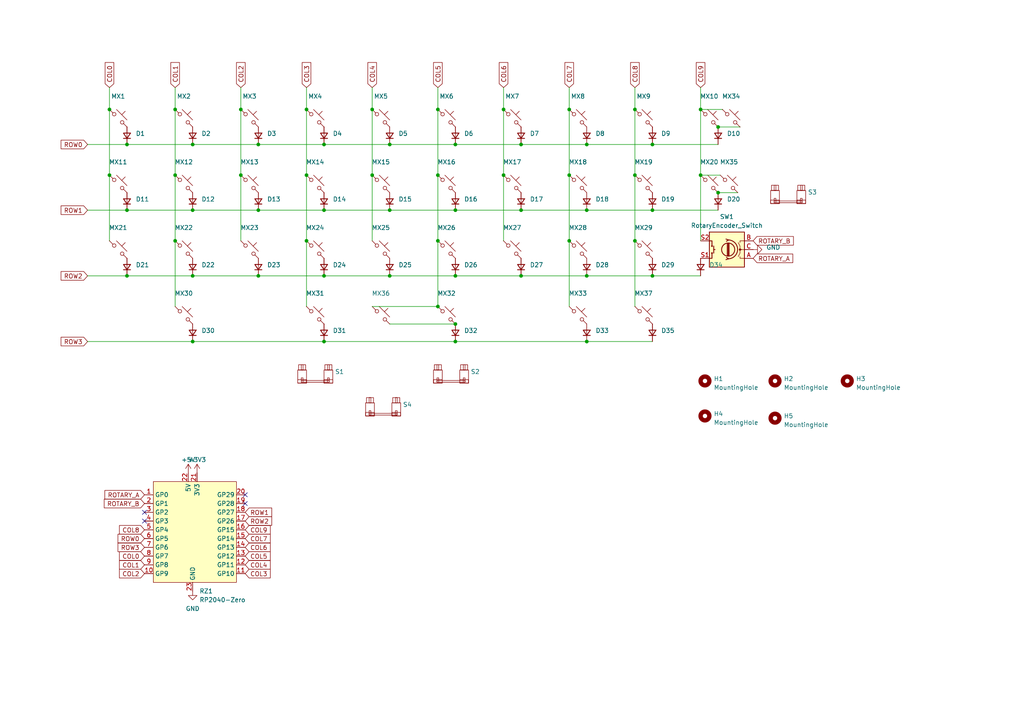
<source format=kicad_sch>
(kicad_sch (version 20230121) (generator eeschema)
  (paper "A4")
  (lib_symbols
    (symbol "Device:D_Small" (pin_numbers hide) (pin_names (offset 0.254) hide)
      (property "Reference" "D" (at -1.27 2.032 0))
      (property "Value" "D_Small" (at -3.81 -2.032 0))
      (symbol "D_Small_0_1"
        (polyline (pts (xy -0.762 -1.016) (xy -0.762 1.016)) (stroke (width 0.254)))
        (polyline (pts (xy -0.762 0) (xy 0.762 0)))
        (polyline (pts (xy 0.762 -1.016) (xy -0.762 0) (xy 0.762 1.016) (xy 0.762 -1.016)) (stroke (width 0.254)))
      )
      (symbol "D_Small_1_1"
        (pin passive line (at -2.54 0 0) (length 1.778) (name "K") (number "1"))
        (pin passive line (at 2.54 0 180) (length 1.778) (name "A") (number "2"))
      )
    )
    (symbol "Device:RotaryEncoder_Switch" (pin_names (offset 0.254) hide)
      (property "Reference" "SW" (at 0 6.604 0))
      (property "Value" "RotaryEncoder_Switch" (at 0 -6.604 0))
      (symbol "RotaryEncoder_Switch_0_1"
        (rectangle (start -5.08 5.08) (end 5.08 -5.08) (stroke (width 0.254)) (fill (type background)))
        (circle (center -3.81 0) (radius 0.254) (fill (type outline)))
        (circle (center -0.381 0) (radius 1.905) (stroke (width 0.254)))
        (arc (start -0.381 2.667) (mid -3.0988 -0.0635) (end -0.381 -2.794) (stroke (width 0.254)))
        (polyline (pts (xy -0.635 -1.778) (xy -0.635 1.778)) (stroke (width 0.254)))
        (polyline (pts (xy -0.381 -1.778) (xy -0.381 1.778)) (stroke (width 0.254)))
        (polyline (pts (xy -0.127 1.778) (xy -0.127 -1.778)) (stroke (width 0.254)))
        (polyline (pts (xy 3.81 0) (xy 3.429 0)) (stroke (width 0.254)))
        (polyline (pts (xy 3.81 1.016) (xy 3.81 -1.016)) (stroke (width 0.254)))
        (polyline (pts (xy -5.08 -2.54) (xy -3.81 -2.54) (xy -3.81 -2.032)))
        (polyline (pts (xy -5.08 2.54) (xy -3.81 2.54) (xy -3.81 2.032)))
        (polyline (pts (xy 0.254 -3.048) (xy -0.508 -2.794) (xy 0.127 -2.413)) (stroke (width 0.254)))
        (polyline (pts (xy 0.254 2.921) (xy -0.508 2.667) (xy 0.127 2.286)) (stroke (width 0.254)))
        (polyline (pts (xy 5.08 -2.54) (xy 4.318 -2.54) (xy 4.318 -1.016)) (stroke (width 0.254)))
        (polyline (pts (xy 5.08 2.54) (xy 4.318 2.54) (xy 4.318 1.016)) (stroke (width 0.254)))
        (polyline (pts (xy -5.08 0) (xy -3.81 0) (xy -3.81 -1.016) (xy -3.302 -2.032)))
        (polyline (pts (xy -4.318 0) (xy -3.81 0) (xy -3.81 1.016) (xy -3.302 2.032)))
        (circle (center 4.318 -1.016) (radius 0.127) (stroke (width 0.254)))
        (circle (center 4.318 1.016) (radius 0.127) (stroke (width 0.254)))
      )
      (symbol "RotaryEncoder_Switch_1_1"
        (pin passive line (at -7.62 2.54 0) (length 2.54) (name "A") (number "A"))
        (pin passive line (at -7.62 -2.54 0) (length 2.54) (name "B") (number "B"))
        (pin passive line (at -7.62 0 0) (length 2.54) (name "C") (number "C"))
        (pin passive line (at 7.62 2.54 180) (length 2.54) (name "S1") (number "S1"))
        (pin passive line (at 7.62 -2.54 180) (length 2.54) (name "S2") (number "S2"))
      )
    )
    (symbol "Mechanical:MountingHole" (pin_names (offset 1.016))
      (property "Reference" "H" (at 0 5.08 0))
      (property "Value" "MountingHole" (at 0 3.175 0))
      (symbol "MountingHole_0_1"
        (circle (center 0 0) (radius 1.27) (stroke (width 1.27)))
      )
    )
    (symbol "PCM_marbastlib-mx:MX_SW_solder" (pin_numbers hide) (pin_names (offset 1.016) hide)
      (property "Reference" "MX" (at 3.048 1.016 0))
      (property "Value" "MX_SW_solder" (at 0 -3.81 0))
      (symbol "MX_SW_solder_0_1"
        (circle (center -1.1684 1.1684) (radius 0.508))
        (polyline (pts (xy -0.508 2.54) (xy 2.54 -0.508)))
        (polyline (pts (xy 1.016 1.016) (xy 2.032 2.032)))
        (polyline (pts (xy -2.54 2.54) (xy -1.524 1.524) (xy -1.524 1.524)))
        (polyline (pts (xy 1.524 -1.524) (xy 2.54 -2.54) (xy 2.54 -2.54) (xy 2.54 -2.54)))
        (circle (center 1.143 -1.1938) (radius 0.508))
        (pin passive line (at -2.54 2.54 0) (length 0) (name "1") (number "1"))
        (pin passive line (at 2.54 -2.54 180) (length 0) (name "2") (number "2"))
      )
    )
    (symbol "PCM_marbastlib-mx:MX_stab" (pin_names (offset 1.016))
      (property "Reference" "S" (at -5.08 6.35 0))
      (property "Value" "MX_stab" (at -5.08 3.81 0))
      (symbol "MX_stab_0_1"
        (rectangle (start -5.08 -1.524) (end -2.54 -2.54))
        (rectangle (start -5.08 1.27) (end -2.54 -2.54))
        (rectangle (start -4.826 2.794) (end -2.794 1.27))
        (rectangle (start -4.064 -2.286) (end -3.556 -1.016))
        (rectangle (start -4.064 -1.778) (end 4.064 -2.286))
        (rectangle (start -4.064 1.27) (end -3.556 2.794))
        (rectangle (start 2.54 -1.524) (end 5.08 -2.54))
        (rectangle (start 2.54 1.27) (end 5.08 -2.54))
        (rectangle (start 2.794 2.794) (end 4.826 1.27))
        (rectangle (start 3.556 1.27) (end 4.064 2.794))
        (rectangle (start 4.064 -2.286) (end 3.556 -1.016))
      )
    )
    (symbol "power:+3V3" (power) (pin_names (offset 0))
      (property "Value" "+3V3" (at 0 3.556 0))
      (symbol "+3V3_0_1"
        (polyline (pts (xy -0.762 1.27) (xy 0 2.54)))
        (polyline (pts (xy 0 0) (xy 0 2.54)))
        (polyline (pts (xy 0 2.54) (xy 0.762 1.27)))
      )
      (symbol "+3V3_1_1"
        (pin power_in line (at 0 0 90) (length 0) hide (name "+3V3") (number "1"))
      )
    )
    (symbol "power:+5V" (power) (pin_names (offset 0))
      (property "Value" "+5V" (at 0 3.556 0))
      (symbol "+5V_0_1"
        (polyline (pts (xy -0.762 1.27) (xy 0 2.54)))
        (polyline (pts (xy 0 0) (xy 0 2.54)))
        (polyline (pts (xy 0 2.54) (xy 0.762 1.27)))
      )
      (symbol "+5V_1_1"
        (pin power_in line (at 0 0 90) (length 0) hide (name "+5V") (number "1"))
      )
    )
    (symbol "power:GND" (power) (pin_names (offset 0))
      (property "Value" "GND" (at 0 -3.81 0))
      (symbol "GND_0_1"
        (polyline (pts (xy 0 0) (xy 0 -1.27) (xy 1.27 -1.27) (xy 0 -2.54) (xy -1.27 -1.27) (xy 0 -1.27)))
      )
      (symbol "GND_1_1"
        (pin power_in line (at 0 0 270) (length 0) hide (name "GND") (number "1"))
      )
    )
    (symbol "rp2040-zero:RP2040-Zero"
      (property "Reference" "RZ" (at 0 0 0))
      (property "Value" "RP2040-Zero" (at 0 -2.54 0))
      (symbol "RP2040-Zero_0_1"
        (rectangle (start -11.43 -15.24) (end 12.7 13.97) (fill (type background)))
      )
      (symbol "RP2040-Zero_1_1"
        (pin bidirectional line (at -13.97 10.16 0) (length 2.54) (name "GP0") (number "1"))
        (pin bidirectional line (at -13.97 -12.7 0) (length 2.54) (name "GP9") (number "10"))
        (pin bidirectional line (at 15.24 -12.7 180) (length 2.54) (name "GP10") (number "11"))
        (pin bidirectional line (at 15.24 -10.16 180) (length 2.54) (name "GP11") (number "12"))
        (pin bidirectional line (at 15.24 -7.62 180) (length 2.54) (name "GP12") (number "13"))
        (pin bidirectional line (at 15.24 -5.08 180) (length 2.54) (name "GP13") (number "14"))
        (pin bidirectional line (at 15.24 -2.54 180) (length 2.54) (name "GP14") (number "15"))
        (pin bidirectional line (at 15.24 0 180) (length 2.54) (name "GP15") (number "16"))
        (pin bidirectional line (at 15.24 2.54 180) (length 2.54) (name "GP26") (number "17"))
        (pin bidirectional line (at 15.24 5.08 180) (length 2.54) (name "GP27") (number "18"))
        (pin bidirectional line (at 15.24 7.62 180) (length 2.54) (name "GP28") (number "19"))
        (pin bidirectional line (at -13.97 7.62 0) (length 2.54) (name "GP1") (number "2"))
        (pin bidirectional line (at 15.24 10.16 180) (length 2.54) (name "GP29") (number "20"))
        (pin power_in line (at 1.27 16.51 270) (length 2.54) (name "3V3") (number "21"))
        (pin power_in line (at -1.27 16.51 270) (length 2.54) (name "5V") (number "22"))
        (pin power_in line (at 0 -17.78 90) (length 2.54) (name "GND") (number "23"))
        (pin bidirectional line (at -13.97 5.08 0) (length 2.54) (name "GP2") (number "3"))
        (pin bidirectional line (at -13.97 2.54 0) (length 2.54) (name "GP3") (number "4"))
        (pin bidirectional line (at -13.97 0 0) (length 2.54) (name "GP4") (number "5"))
        (pin bidirectional line (at -13.97 -2.54 0) (length 2.54) (name "GP5") (number "6"))
        (pin bidirectional line (at -13.97 -5.08 0) (length 2.54) (name "GP6") (number "7"))
        (pin bidirectional line (at -13.97 -7.62 0) (length 2.54) (name "GP7") (number "8"))
        (pin bidirectional line (at -13.97 -10.16 0) (length 2.54) (name "GP8") (number "9"))
      )
    )
  )
  (junction (at 208.28 55.88))
  (junction (at 88.9 69.85))
  (junction (at 146.05 50.8))
  (junction (at 88.9 31.75))
  (junction (at 127 31.75))
  (junction (at 189.23 60.96))
  (junction (at 31.75 50.8))
  (junction (at 74.93 41.91))
  (junction (at 93.98 41.91))
  (junction (at 203.2 31.75))
  (junction (at 170.18 80.01))
  (junction (at 184.15 50.8))
  (junction (at 184.15 31.75))
  (junction (at 189.23 41.91))
  (junction (at 69.85 31.75))
  (junction (at 88.9 50.8))
  (junction (at 132.08 41.91))
  (junction (at 132.08 60.96))
  (junction (at 69.85 50.8))
  (junction (at 170.18 60.96))
  (junction (at 50.8 50.8))
  (junction (at 151.13 80.01))
  (junction (at 113.03 60.96))
  (junction (at 127 50.8))
  (junction (at 36.83 60.96))
  (junction (at 55.88 99.06))
  (junction (at 132.08 99.06))
  (junction (at 151.13 60.96))
  (junction (at 165.1 50.8))
  (junction (at 113.03 41.91))
  (junction (at 170.18 41.91))
  (junction (at 50.8 31.75))
  (junction (at 74.93 80.01))
  (junction (at 74.93 60.96))
  (junction (at 127 69.85))
  (junction (at 107.95 31.75))
  (junction (at 31.75 31.75))
  (junction (at 184.15 69.85))
  (junction (at 36.83 41.91))
  (junction (at 165.1 31.75))
  (junction (at 55.88 80.01))
  (junction (at 170.18 99.06))
  (junction (at 203.2 50.8))
  (junction (at 132.08 80.01))
  (junction (at 151.13 41.91))
  (junction (at 93.98 99.06))
  (junction (at 55.88 41.91))
  (junction (at 107.95 50.8))
  (junction (at 50.8 69.85))
  (junction (at 93.98 80.01))
  (junction (at 55.88 60.96))
  (junction (at 146.05 31.75))
  (junction (at 127 88.9))
  (junction (at 208.28 36.83))
  (junction (at 189.23 80.01))
  (junction (at 93.98 60.96))
  (junction (at 132.08 93.98))
  (junction (at 113.03 80.01))
  (junction (at 165.1 69.85))
  (junction (at 36.83 80.01))
  (no_connect (at 71.12 146.05))
  (no_connect (at 41.91 148.59))
  (no_connect (at 71.12 143.51))
  (no_connect (at 41.91 151.13))
  (wire (pts (xy 127 50.8) (xy 127 69.85)))
  (wire (pts (xy 50.8 50.8) (xy 50.8 69.85)))
  (wire (pts (xy 107.95 31.75) (xy 107.95 50.8)))
  (wire (pts (xy 203.2 50.8) (xy 203.2 69.85)))
  (wire (pts (xy 50.8 31.75) (xy 50.8 50.8)))
  (wire (pts (xy 74.93 80.01) (xy 93.98 80.01)))
  (wire (pts (xy 25.4 41.91) (xy 36.83 41.91)))
  (wire (pts (xy 25.4 99.06) (xy 55.88 99.06)))
  (wire (pts (xy 55.88 99.06) (xy 93.98 99.06)))
  (wire (pts (xy 113.03 41.91) (xy 132.08 41.91)))
  (wire (pts (xy 74.93 60.96) (xy 93.98 60.96)))
  (wire (pts (xy 170.18 41.91) (xy 189.23 41.91)))
  (wire (pts (xy 69.85 25.4) (xy 69.85 31.75)))
  (wire (pts (xy 132.08 60.96) (xy 151.13 60.96)))
  (wire (pts (xy 36.83 80.01) (xy 55.88 80.01)))
  (wire (pts (xy 55.88 80.01) (xy 74.93 80.01)))
  (wire (pts (xy 208.28 36.83) (xy 214.63 36.83)))
  (wire (pts (xy 189.23 41.91) (xy 208.28 41.91)))
  (wire (pts (xy 127 31.75) (xy 127 50.8)))
  (wire (pts (xy 31.75 25.4) (xy 31.75 31.75)))
  (wire (pts (xy 208.28 55.88) (xy 213.995 55.88)))
  (wire (pts (xy 203.2 31.75) (xy 209.55 31.75)))
  (wire (pts (xy 107.95 88.9) (xy 127 88.9)))
  (wire (pts (xy 69.85 50.8) (xy 69.85 69.85)))
  (wire (pts (xy 74.93 41.91) (xy 93.98 41.91)))
  (wire (pts (xy 165.1 25.4) (xy 165.1 31.75)))
  (wire (pts (xy 132.08 41.91) (xy 151.13 41.91)))
  (wire (pts (xy 184.15 50.8) (xy 184.15 69.85)))
  (wire (pts (xy 107.95 25.4) (xy 107.95 31.75)))
  (wire (pts (xy 127 69.85) (xy 127 88.9)))
  (wire (pts (xy 88.9 25.4) (xy 88.9 31.75)))
  (wire (pts (xy 36.83 41.91) (xy 55.88 41.91)))
  (wire (pts (xy 31.75 31.75) (xy 31.75 50.8)))
  (wire (pts (xy 36.83 60.96) (xy 55.88 60.96)))
  (wire (pts (xy 189.23 80.01) (xy 203.2 80.01)))
  (wire (pts (xy 151.13 60.96) (xy 170.18 60.96)))
  (wire (pts (xy 93.98 41.91) (xy 113.03 41.91)))
  (wire (pts (xy 184.15 69.85) (xy 184.15 88.9)))
  (wire (pts (xy 88.9 31.75) (xy 88.9 50.8)))
  (wire (pts (xy 203.2 31.75) (xy 203.2 50.8)))
  (wire (pts (xy 113.03 60.96) (xy 132.08 60.96)))
  (wire (pts (xy 113.03 93.98) (xy 132.08 93.98)))
  (wire (pts (xy 132.08 99.06) (xy 170.18 99.06)))
  (wire (pts (xy 184.15 31.75) (xy 184.15 50.8)))
  (wire (pts (xy 69.85 31.75) (xy 69.85 50.8)))
  (wire (pts (xy 189.23 60.96) (xy 208.28 60.96)))
  (wire (pts (xy 170.18 99.06) (xy 189.23 99.06)))
  (wire (pts (xy 113.03 80.01) (xy 132.08 80.01)))
  (wire (pts (xy 31.75 50.8) (xy 31.75 69.85)))
  (wire (pts (xy 127 25.4) (xy 127 31.75)))
  (wire (pts (xy 165.1 69.85) (xy 165.1 88.9)))
  (wire (pts (xy 184.15 25.4) (xy 184.15 31.75)))
  (wire (pts (xy 93.98 80.01) (xy 113.03 80.01)))
  (wire (pts (xy 55.88 41.91) (xy 74.93 41.91)))
  (wire (pts (xy 25.4 80.01) (xy 36.83 80.01)))
  (wire (pts (xy 170.18 60.96) (xy 189.23 60.96)))
  (wire (pts (xy 146.05 50.8) (xy 146.05 69.85)))
  (wire (pts (xy 203.2 50.8) (xy 208.915 50.8)))
  (wire (pts (xy 25.4 60.96) (xy 36.83 60.96)))
  (wire (pts (xy 203.2 25.4) (xy 203.2 31.75)))
  (wire (pts (xy 55.88 60.96) (xy 74.93 60.96)))
  (wire (pts (xy 50.8 25.4) (xy 50.8 31.75)))
  (wire (pts (xy 146.05 25.4) (xy 146.05 31.75)))
  (wire (pts (xy 50.8 69.85) (xy 50.8 88.9)))
  (wire (pts (xy 170.18 80.01) (xy 189.23 80.01)))
  (wire (pts (xy 107.95 50.8) (xy 107.95 69.85)))
  (wire (pts (xy 146.05 31.75) (xy 146.05 50.8)))
  (wire (pts (xy 132.08 80.01) (xy 151.13 80.01)))
  (wire (pts (xy 165.1 50.8) (xy 165.1 69.85)))
  (wire (pts (xy 165.1 31.75) (xy 165.1 50.8)))
  (wire (pts (xy 151.13 41.91) (xy 170.18 41.91)))
  (wire (pts (xy 151.13 80.01) (xy 170.18 80.01)))
  (wire (pts (xy 93.98 99.06) (xy 132.08 99.06)))
  (wire (pts (xy 93.98 60.96) (xy 113.03 60.96)))
  (wire (pts (xy 88.9 69.85) (xy 88.9 88.9)))
  (wire (pts (xy 88.9 50.8) (xy 88.9 69.85)))
  (global_label "COL5" (shape input) (at 71.12 161.29 0) (property "Intersheetrefs" "${INTERSHEET_REFS}" (effects hide)))
  (global_label "ROTARY_B" (shape input) (at 218.44 69.85 0) (property "Intersheetrefs" "${INTERSHEET_REFS}" (effects hide)))
  (global_label "COL3" (shape input) (at 88.9 25.4 90) (property "Intersheetrefs" "${INTERSHEET_REFS}" (effects hide)))
  (global_label "COL6" (shape input) (at 71.12 158.75 0) (property "Intersheetrefs" "${INTERSHEET_REFS}" (effects hide)))
  (global_label "ROW0" (shape input) (at 25.4 41.91 180) (property "Intersheetrefs" "${INTERSHEET_REFS}" (effects hide)))
  (global_label "ROW3" (shape input) (at 41.91 158.75 180) (property "Intersheetrefs" "${INTERSHEET_REFS}" (effects hide)))
  (global_label "COL6" (shape input) (at 146.05 25.4 90) (property "Intersheetrefs" "${INTERSHEET_REFS}" (effects hide)))
  (global_label "ROW2" (shape input) (at 25.4 80.01 180) (property "Intersheetrefs" "${INTERSHEET_REFS}" (effects hide)))
  (global_label "ROW1" (shape input) (at 25.4 60.96 180) (property "Intersheetrefs" "${INTERSHEET_REFS}" (effects hide)))
  (global_label "COL1" (shape input) (at 41.91 163.83 180) (property "Intersheetrefs" "${INTERSHEET_REFS}" (effects hide)))
  (global_label "ROTARY_A" (shape input) (at 218.44 74.93 0) (property "Intersheetrefs" "${INTERSHEET_REFS}" (effects hide)))
  (global_label "COL4" (shape input) (at 71.12 163.83 0) (property "Intersheetrefs" "${INTERSHEET_REFS}" (effects hide)))
  (global_label "ROW1" (shape input) (at 71.12 148.59 0) (property "Intersheetrefs" "${INTERSHEET_REFS}" (effects hide)))
  (global_label "COL8" (shape input) (at 41.91 153.67 180) (property "Intersheetrefs" "${INTERSHEET_REFS}" (effects hide)))
  (global_label "COL2" (shape input) (at 69.85 25.4 90) (property "Intersheetrefs" "${INTERSHEET_REFS}" (effects hide)))
  (global_label "COL3" (shape input) (at 71.12 166.37 0) (property "Intersheetrefs" "${INTERSHEET_REFS}" (effects hide)))
  (global_label "COL5" (shape input) (at 127 25.4 90) (property "Intersheetrefs" "${INTERSHEET_REFS}" (effects hide)))
  (global_label "ROW2" (shape input) (at 71.12 151.13 0) (property "Intersheetrefs" "${INTERSHEET_REFS}" (effects hide)))
  (global_label "COL0" (shape input) (at 31.75 25.4 90) (property "Intersheetrefs" "${INTERSHEET_REFS}" (effects hide)))
  (global_label "COL7" (shape input) (at 71.12 156.21 0) (property "Intersheetrefs" "${INTERSHEET_REFS}" (effects hide)))
  (global_label "COL0" (shape input) (at 41.91 161.29 180) (property "Intersheetrefs" "${INTERSHEET_REFS}" (effects hide)))
  (global_label "ROTARY_B" (shape input) (at 41.91 146.05 180) (property "Intersheetrefs" "${INTERSHEET_REFS}" (effects hide)))
  (global_label "COL9" (shape input) (at 71.12 153.67 0) (property "Intersheetrefs" "${INTERSHEET_REFS}" (effects hide)))
  (global_label "COL2" (shape input) (at 41.91 166.37 180) (property "Intersheetrefs" "${INTERSHEET_REFS}" (effects hide)))
  (global_label "COL1" (shape input) (at 50.8 25.4 90) (property "Intersheetrefs" "${INTERSHEET_REFS}" (effects hide)))
  (global_label "COL4" (shape input) (at 107.95 25.4 90) (property "Intersheetrefs" "${INTERSHEET_REFS}" (effects hide)))
  (global_label "COL7" (shape input) (at 165.1 25.4 90) (property "Intersheetrefs" "${INTERSHEET_REFS}" (effects hide)))
  (global_label "COL8" (shape input) (at 184.15 25.4 90) (property "Intersheetrefs" "${INTERSHEET_REFS}" (effects hide)))
  (global_label "ROW3" (shape input) (at 25.4 99.06 180) (property "Intersheetrefs" "${INTERSHEET_REFS}" (effects hide)))
  (global_label "COL9" (shape input) (at 203.2 25.4 90) (property "Intersheetrefs" "${INTERSHEET_REFS}" (effects hide)))
  (global_label "ROW0" (shape input) (at 41.91 156.21 180) (property "Intersheetrefs" "${INTERSHEET_REFS}" (effects hide)))
  (global_label "ROTARY_A" (shape input) (at 41.91 143.51 180) (property "Intersheetrefs" "${INTERSHEET_REFS}" (effects hide)))
  (symbol (lib_id "PCM_marbastlib-mx:MX_stab") (at 111.125 118.11 0) (unit 1)
    (property "Reference" "S4" (at 116.84 117.348 0) (effects (justify left)))
    (property "Value" "MX_stab" (effects hide))
    (property "Footprint" "PCM_marbastlib-mx:STAB_MX_6u" (effects hide))
  )
  (symbol (lib_id "Device:D_Small") (at 189.23 58.42 90) (unit 1)
    (property "Reference" "D19" (at 191.77 57.785 90) (effects (justify right)))
    (property "Value" "D_Small" (effects hide))
    (property "Footprint" "Keebio-Parts:Diode-Hybrid-Back" (effects hide))
    (property "Sim.Device" "D" (effects hide))
    (property "Sim.Pins" "1=K 2=A" (effects hide))
  )
  (symbol (lib_id "PCM_marbastlib-mx:MX_SW_solder") (at 34.29 72.39 0) (unit 1)
    (property "Reference" "MX21" (at 34.29 66.04 0))
    (property "Value" "MX_SW_solder" (effects hide))
    (property "Footprint" "PCM_marbastlib-mx:SW_MX_1.5u" (effects hide))
  )
  (symbol (lib_id "Device:D_Small") (at 113.03 58.42 90) (unit 1)
    (property "Reference" "D15" (at 115.57 57.785 90) (effects (justify right)))
    (property "Value" "D_Small" (effects hide))
    (property "Footprint" "Keebio-Parts:Diode-Hybrid-Back" (effects hide))
    (property "Sim.Device" "D" (effects hide))
    (property "Sim.Pins" "1=K 2=A" (effects hide))
  )
  (symbol (lib_id "Device:D_Small") (at 55.88 39.37 90) (unit 1)
    (property "Reference" "D2" (at 58.42 38.735 90) (effects (justify right)))
    (property "Value" "D_Small" (effects hide))
    (property "Footprint" "Keebio-Parts:Diode-Hybrid-Back" (effects hide))
    (property "Sim.Device" "D" (effects hide))
    (property "Sim.Pins" "1=K 2=A" (effects hide))
  )
  (symbol (lib_id "PCM_marbastlib-mx:MX_SW_solder") (at 205.74 34.29 0) (unit 1)
    (property "Reference" "MX10" (at 205.74 27.94 0))
    (property "Value" "MX_SW_solder" (effects hide))
    (property "Footprint" "PCM_marbastlib-mx:SW_MX_1.75u" (effects hide))
  )
  (symbol (lib_id "Device:D_Small") (at 74.93 58.42 90) (unit 1)
    (property "Reference" "D13" (at 77.47 57.785 90) (effects (justify right)))
    (property "Value" "D_Small" (effects hide))
    (property "Footprint" "Keebio-Parts:Diode-Hybrid-Back" (effects hide))
    (property "Sim.Device" "D" (effects hide))
    (property "Sim.Pins" "1=K 2=A" (effects hide))
  )
  (symbol (lib_id "Device:RotaryEncoder_Switch") (at 210.82 72.39 180) (unit 1)
    (property "Reference" "SW1" (at 210.82 62.865 0))
    (property "Value" "RotaryEncoder_Switch" (at 210.82 65.405 0))
    (property "Footprint" "Keebio-Parts:RotaryEncoder_EC11" (effects hide))
  )
  (symbol (lib_id "PCM_marbastlib-mx:MX_SW_solder") (at 129.54 34.29 0) (unit 1)
    (property "Reference" "MX6" (at 129.54 27.94 0))
    (property "Value" "MX_SW_solder" (effects hide))
    (property "Footprint" "PCM_marbastlib-mx:SW_MX_1u" (effects hide))
  )
  (symbol (lib_id "Device:D_Small") (at 189.23 39.37 90) (unit 1)
    (property "Reference" "D9" (at 191.77 38.735 90) (effects (justify right)))
    (property "Value" "D_Small" (effects hide))
    (property "Footprint" "Keebio-Parts:Diode-Hybrid-Back" (effects hide))
    (property "Sim.Device" "D" (effects hide))
    (property "Sim.Pins" "1=K 2=A" (effects hide))
  )
  (symbol (lib_id "Device:D_Small") (at 93.98 96.52 90) (unit 1)
    (property "Reference" "D31" (at 96.52 95.885 90) (effects (justify right)))
    (property "Value" "D_Small" (effects hide))
    (property "Footprint" "Keebio-Parts:Diode-Hybrid-Back" (effects hide))
    (property "Sim.Device" "D" (effects hide))
    (property "Sim.Pins" "1=K 2=A" (effects hide))
  )
  (symbol (lib_id "Device:D_Small") (at 93.98 39.37 90) (unit 1)
    (property "Reference" "D4" (at 96.52 38.735 90) (effects (justify right)))
    (property "Value" "D_Small" (effects hide))
    (property "Footprint" "Keebio-Parts:Diode-Hybrid-Back" (effects hide))
    (property "Sim.Device" "D" (effects hide))
    (property "Sim.Pins" "1=K 2=A" (effects hide))
  )
  (symbol (lib_id "power:GND") (at 218.44 72.39 90) (unit 1)
    (property "Reference" "#PWR04" (effects hide))
    (property "Value" "GND" (at 222.25 71.755 90) (effects (justify right)))
  )
  (symbol (lib_id "PCM_marbastlib-mx:MX_stab") (at 130.81 108.585 0) (unit 1)
    (property "Reference" "S2" (at 136.525 107.823 0) (effects (justify left)))
    (property "Value" "MX_stab" (effects hide))
    (property "Footprint" "PCM_marbastlib-mx:STAB_MX_2.75u" (effects hide))
  )
  (symbol (lib_id "Device:D_Small") (at 189.23 96.52 90) (unit 1)
    (property "Reference" "D35" (at 191.77 95.885 90) (effects (justify right)))
    (property "Value" "D_Small" (effects hide))
    (property "Footprint" "Keebio-Parts:Diode-Hybrid-Back" (effects hide))
    (property "Sim.Device" "D" (effects hide))
    (property "Sim.Pins" "1=K 2=A" (effects hide))
  )
  (symbol (lib_id "Device:D_Small") (at 170.18 58.42 90) (unit 1)
    (property "Reference" "D18" (at 172.72 57.785 90) (effects (justify right)))
    (property "Value" "D_Small" (effects hide))
    (property "Footprint" "Keebio-Parts:Diode-Hybrid-Back" (effects hide))
    (property "Sim.Device" "D" (effects hide))
    (property "Sim.Pins" "1=K 2=A" (effects hide))
  )
  (symbol (lib_id "power:+3V3") (at 57.15 137.16 0) (unit 1)
    (property "Reference" "#PWR03" (effects hide))
    (property "Value" "+3V3" (at 57.15 133.35 0))
  )
  (symbol (lib_id "PCM_marbastlib-mx:MX_SW_solder") (at 53.34 72.39 0) (unit 1)
    (property "Reference" "MX22" (at 53.34 66.04 0))
    (property "Value" "MX_SW_solder" (effects hide))
    (property "Footprint" "PCM_marbastlib-mx:SW_MX_1u" (effects hide))
  )
  (symbol (lib_id "PCM_marbastlib-mx:MX_stab") (at 228.6 56.515 0) (unit 1)
    (property "Reference" "S3" (at 234.315 55.753 0) (effects (justify left)))
    (property "Value" "MX_stab" (effects hide))
    (property "Footprint" "PCM_marbastlib-mx:STAB_MX_ISO-ROT" (effects hide))
  )
  (symbol (lib_id "PCM_marbastlib-mx:MX_SW_solder") (at 129.54 53.34 0) (unit 1)
    (property "Reference" "MX16" (at 129.54 46.99 0))
    (property "Value" "MX_SW_solder" (effects hide))
    (property "Footprint" "PCM_marbastlib-mx:SW_MX_1u" (effects hide))
  )
  (symbol (lib_id "PCM_marbastlib-mx:MX_SW_solder") (at 72.39 34.29 0) (unit 1)
    (property "Reference" "MX3" (at 72.39 27.94 0))
    (property "Value" "MX_SW_solder" (effects hide))
    (property "Footprint" "PCM_marbastlib-mx:SW_MX_1u" (effects hide))
  )
  (symbol (lib_id "Device:D_Small") (at 208.28 39.37 90) (unit 1)
    (property "Reference" "D10" (at 210.82 38.735 90) (effects (justify right)))
    (property "Value" "D_Small" (effects hide))
    (property "Footprint" "Keebio-Parts:Diode-Hybrid-Back" (effects hide))
    (property "Sim.Device" "D" (effects hide))
    (property "Sim.Pins" "1=K 2=A" (effects hide))
  )
  (symbol (lib_id "Mechanical:MountingHole") (at 224.79 110.49 0) (unit 1)
    (property "Reference" "H2" (at 227.33 109.855 0) (effects (justify left)))
    (property "Value" "MountingHole" (at 227.33 112.395 0) (effects (justify left)))
    (property "Footprint" "MountingHole:MountingHole_2.2mm_M2" (effects hide))
  )
  (symbol (lib_id "PCM_marbastlib-mx:MX_SW_solder") (at 186.69 53.34 0) (unit 1)
    (property "Reference" "MX19" (at 186.69 46.99 0))
    (property "Value" "MX_SW_solder" (effects hide))
    (property "Footprint" "PCM_marbastlib-mx:SW_MX_1u" (effects hide))
  )
  (symbol (lib_id "PCM_marbastlib-mx:MX_SW_solder") (at 167.64 34.29 0) (unit 1)
    (property "Reference" "MX8" (at 167.64 27.94 0))
    (property "Value" "MX_SW_solder" (effects hide))
    (property "Footprint" "PCM_marbastlib-mx:SW_MX_1u" (effects hide))
  )
  (symbol (lib_id "Device:D_Small") (at 74.93 39.37 90) (unit 1)
    (property "Reference" "D3" (at 77.47 38.735 90) (effects (justify right)))
    (property "Value" "D_Small" (effects hide))
    (property "Footprint" "Keebio-Parts:Diode-Hybrid-Back" (effects hide))
    (property "Sim.Device" "D" (effects hide))
    (property "Sim.Pins" "1=K 2=A" (effects hide))
  )
  (symbol (lib_id "PCM_marbastlib-mx:MX_SW_solder") (at 91.44 34.29 0) (unit 1)
    (property "Reference" "MX4" (at 91.44 27.94 0))
    (property "Value" "MX_SW_solder" (effects hide))
    (property "Footprint" "PCM_marbastlib-mx:SW_MX_1u" (effects hide))
  )
  (symbol (lib_id "Device:D_Small") (at 170.18 96.52 90) (unit 1)
    (property "Reference" "D33" (at 172.72 95.885 90) (effects (justify right)))
    (property "Value" "D_Small" (effects hide))
    (property "Footprint" "Keebio-Parts:Diode-Hybrid-Back" (effects hide))
    (property "Sim.Device" "D" (effects hide))
    (property "Sim.Pins" "1=K 2=A" (effects hide))
  )
  (symbol (lib_id "PCM_marbastlib-mx:MX_SW_solder") (at 148.59 53.34 0) (unit 1)
    (property "Reference" "MX17" (at 148.59 46.99 0))
    (property "Value" "MX_SW_solder" (effects hide))
    (property "Footprint" "PCM_marbastlib-mx:SW_MX_1u" (effects hide))
  )
  (symbol (lib_id "PCM_marbastlib-mx:MX_SW_solder") (at 110.49 53.34 0) (unit 1)
    (property "Reference" "MX15" (at 110.49 46.99 0))
    (property "Value" "MX_SW_solder" (effects hide))
    (property "Footprint" "PCM_marbastlib-mx:SW_MX_1u" (effects hide))
  )
  (symbol (lib_id "Device:D_Small") (at 203.2 77.47 90) (unit 1)
    (property "Reference" "D34" (at 205.74 76.835 90) (effects (justify right)))
    (property "Value" "D_Small" (effects hide))
    (property "Footprint" "Keebio-Parts:Diode-Hybrid-Back" (effects hide))
    (property "Sim.Device" "D" (effects hide))
    (property "Sim.Pins" "1=K 2=A" (effects hide))
  )
  (symbol (lib_id "PCM_marbastlib-mx:MX_SW_solder") (at 167.64 53.34 0) (unit 1)
    (property "Reference" "MX18" (at 167.64 46.99 0))
    (property "Value" "MX_SW_solder" (effects hide))
    (property "Footprint" "PCM_marbastlib-mx:SW_MX_1u" (effects hide))
  )
  (symbol (lib_id "PCM_marbastlib-mx:MX_SW_solder") (at 148.59 72.39 0) (unit 1)
    (property "Reference" "MX27" (at 148.59 66.04 0))
    (property "Value" "MX_SW_solder" (effects hide))
    (property "Footprint" "PCM_marbastlib-mx:SW_MX_1u" (effects hide))
  )
  (symbol (lib_id "Mechanical:MountingHole") (at 204.47 110.49 0) (unit 1)
    (property "Reference" "H1" (at 207.01 109.855 0) (effects (justify left)))
    (property "Value" "MountingHole" (at 207.01 112.395 0) (effects (justify left)))
    (property "Footprint" "MountingHole:MountingHole_2.2mm_M2" (effects hide))
  )
  (symbol (lib_id "PCM_marbastlib-mx:MX_SW_solder") (at 110.49 91.44 0) (unit 1)
    (property "Reference" "MX36" (at 110.49 85.09 0))
    (property "Value" "MX_SW_solder" (effects hide))
    (property "Footprint" "PCM_marbastlib-mx:SW_MX_1u" (effects hide))
  )
  (symbol (lib_id "PCM_marbastlib-mx:MX_stab") (at 91.44 108.585 0) (unit 1)
    (property "Reference" "S1" (at 97.155 107.823 0) (effects (justify left)))
    (property "Value" "MX_stab" (effects hide))
    (property "Footprint" "PCM_marbastlib-mx:STAB_MX_2u" (effects hide))
  )
  (symbol (lib_id "Device:D_Small") (at 55.88 96.52 90) (unit 1)
    (property "Reference" "D30" (at 58.42 95.885 90) (effects (justify right)))
    (property "Value" "D_Small" (effects hide))
    (property "Footprint" "Keebio-Parts:Diode-Hybrid-Back" (effects hide))
    (property "Sim.Device" "D" (effects hide))
    (property "Sim.Pins" "1=K 2=A" (effects hide))
  )
  (symbol (lib_id "PCM_marbastlib-mx:MX_SW_solder") (at 129.54 91.44 0) (unit 1)
    (property "Reference" "MX32" (at 129.54 85.09 0))
    (property "Value" "MX_SW_solder" (effects hide))
    (property "Footprint" "PCM_marbastlib-mx:SW_MX_1u" (effects hide))
  )
  (symbol (lib_id "Device:D_Small") (at 113.03 39.37 90) (unit 1)
    (property "Reference" "D5" (at 115.57 38.735 90) (effects (justify right)))
    (property "Value" "D_Small" (effects hide))
    (property "Footprint" "Keebio-Parts:Diode-Hybrid-Back" (effects hide))
    (property "Sim.Device" "D" (effects hide))
    (property "Sim.Pins" "1=K 2=A" (effects hide))
  )
  (symbol (lib_id "Device:D_Small") (at 113.03 77.47 90) (unit 1)
    (property "Reference" "D25" (at 115.57 76.835 90) (effects (justify right)))
    (property "Value" "D_Small" (effects hide))
    (property "Footprint" "Keebio-Parts:Diode-Hybrid-Back" (effects hide))
    (property "Sim.Device" "D" (effects hide))
    (property "Sim.Pins" "1=K 2=A" (effects hide))
  )
  (symbol (lib_id "Device:D_Small") (at 208.28 58.42 90) (unit 1)
    (property "Reference" "D20" (at 210.82 57.785 90) (effects (justify right)))
    (property "Value" "D_Small" (effects hide))
    (property "Footprint" "Keebio-Parts:Diode-Hybrid-Back" (effects hide))
    (property "Sim.Device" "D" (effects hide))
    (property "Sim.Pins" "1=K 2=A" (effects hide))
  )
  (symbol (lib_id "PCM_marbastlib-mx:MX_SW_solder") (at 53.34 53.34 0) (unit 1)
    (property "Reference" "MX12" (at 53.34 46.99 0))
    (property "Value" "MX_SW_solder" (effects hide))
    (property "Footprint" "PCM_marbastlib-mx:SW_MX_1u" (effects hide))
  )
  (symbol (lib_id "Device:D_Small") (at 93.98 58.42 90) (unit 1)
    (property "Reference" "D14" (at 96.52 57.785 90) (effects (justify right)))
    (property "Value" "D_Small" (effects hide))
    (property "Footprint" "Keebio-Parts:Diode-Hybrid-Back" (effects hide))
    (property "Sim.Device" "D" (effects hide))
    (property "Sim.Pins" "1=K 2=A" (effects hide))
  )
  (symbol (lib_id "Device:D_Small") (at 132.08 39.37 90) (unit 1)
    (property "Reference" "D6" (at 134.62 38.735 90) (effects (justify right)))
    (property "Value" "D_Small" (effects hide))
    (property "Footprint" "Keebio-Parts:Diode-Hybrid-Back" (effects hide))
    (property "Sim.Device" "D" (effects hide))
    (property "Sim.Pins" "1=K 2=A" (effects hide))
  )
  (symbol (lib_id "PCM_marbastlib-mx:MX_SW_solder") (at 91.44 53.34 0) (unit 1)
    (property "Reference" "MX14" (at 91.44 46.99 0))
    (property "Value" "MX_SW_solder" (effects hide))
    (property "Footprint" "PCM_marbastlib-mx:SW_MX_1u" (effects hide))
  )
  (symbol (lib_id "PCM_marbastlib-mx:MX_SW_solder") (at 167.64 91.44 0) (unit 1)
    (property "Reference" "MX33" (at 167.64 85.09 0))
    (property "Value" "MX_SW_solder" (effects hide))
    (property "Footprint" "PCM_marbastlib-mx:SW_MX_1.25u" (effects hide))
  )
  (symbol (lib_id "PCM_marbastlib-mx:MX_SW_solder") (at 72.39 53.34 0) (unit 1)
    (property "Reference" "MX13" (at 72.39 46.99 0))
    (property "Value" "MX_SW_solder" (effects hide))
    (property "Footprint" "PCM_marbastlib-mx:SW_MX_1u" (effects hide))
  )
  (symbol (lib_id "Device:D_Small") (at 55.88 58.42 90) (unit 1)
    (property "Reference" "D12" (at 58.42 57.785 90) (effects (justify right)))
    (property "Value" "D_Small" (effects hide))
    (property "Footprint" "Keebio-Parts:Diode-Hybrid-Back" (effects hide))
    (property "Sim.Device" "D" (effects hide))
    (property "Sim.Pins" "1=K 2=A" (effects hide))
  )
  (symbol (lib_id "Device:D_Small") (at 93.98 77.47 90) (unit 1)
    (property "Reference" "D24" (at 96.52 76.835 90) (effects (justify right)))
    (property "Value" "D_Small" (effects hide))
    (property "Footprint" "Keebio-Parts:Diode-Hybrid-Back" (effects hide))
    (property "Sim.Device" "D" (effects hide))
    (property "Sim.Pins" "1=K 2=A" (effects hide))
  )
  (symbol (lib_id "Device:D_Small") (at 132.08 58.42 90) (unit 1)
    (property "Reference" "D16" (at 134.62 57.785 90) (effects (justify right)))
    (property "Value" "D_Small" (effects hide))
    (property "Footprint" "Keebio-Parts:Diode-Hybrid-Back" (effects hide))
    (property "Sim.Device" "D" (effects hide))
    (property "Sim.Pins" "1=K 2=A" (effects hide))
  )
  (symbol (lib_id "Device:D_Small") (at 132.08 77.47 90) (unit 1)
    (property "Reference" "D26" (at 134.62 76.835 90) (effects (justify right)))
    (property "Value" "D_Small" (effects hide))
    (property "Footprint" "Keebio-Parts:Diode-Hybrid-Back" (effects hide))
    (property "Sim.Device" "D" (effects hide))
    (property "Sim.Pins" "1=K 2=A" (effects hide))
  )
  (symbol (lib_id "PCM_marbastlib-mx:MX_SW_solder") (at 212.09 34.29 0) (unit 1)
    (property "Reference" "MX34" (at 212.09 27.94 0))
    (property "Value" "MX_SW_solder" (effects hide))
    (property "Footprint" "PCM_marbastlib-mx:SW_MX_1u" (effects hide))
  )
  (symbol (lib_id "PCM_marbastlib-mx:MX_SW_solder") (at 205.74 53.34 0) (unit 1)
    (property "Reference" "MX20" (at 205.74 46.99 0))
    (property "Value" "MX_SW_solder" (effects hide))
    (property "Footprint" "PCM_marbastlib-mx:SW_MX_1u" (effects hide))
  )
  (symbol (lib_id "PCM_marbastlib-mx:MX_SW_solder") (at 72.39 72.39 0) (unit 1)
    (property "Reference" "MX23" (at 72.39 66.04 0))
    (property "Value" "MX_SW_solder" (effects hide))
    (property "Footprint" "PCM_marbastlib-mx:SW_MX_1u" (effects hide))
  )
  (symbol (lib_id "Device:D_Small") (at 74.93 77.47 90) (unit 1)
    (property "Reference" "D23" (at 77.47 76.835 90) (effects (justify right)))
    (property "Value" "D_Small" (effects hide))
    (property "Footprint" "Keebio-Parts:Diode-Hybrid-Back" (effects hide))
    (property "Sim.Device" "D" (effects hide))
    (property "Sim.Pins" "1=K 2=A" (effects hide))
  )
  (symbol (lib_id "PCM_marbastlib-mx:MX_SW_solder") (at 91.44 91.44 0) (unit 1)
    (property "Reference" "MX31" (at 91.44 85.09 0))
    (property "Value" "MX_SW_solder" (effects hide))
    (property "Footprint" "PCM_marbastlib-mx:SW_MX_1u" (effects hide))
  )
  (symbol (lib_id "PCM_marbastlib-mx:MX_SW_solder") (at 34.29 34.29 0) (unit 1)
    (property "Reference" "MX1" (at 34.29 27.94 0))
    (property "Value" "MX_SW_solder" (effects hide))
    (property "Footprint" "PCM_marbastlib-mx:SW_MX_1u" (effects hide))
  )
  (symbol (lib_id "Device:D_Small") (at 36.83 58.42 90) (unit 1)
    (property "Reference" "D11" (at 39.37 57.785 90) (effects (justify right)))
    (property "Value" "D_Small" (effects hide))
    (property "Footprint" "Keebio-Parts:Diode-Hybrid-Back" (effects hide))
    (property "Sim.Device" "D" (effects hide))
    (property "Sim.Pins" "1=K 2=A" (effects hide))
  )
  (symbol (lib_id "PCM_marbastlib-mx:MX_SW_solder") (at 129.54 72.39 0) (unit 1)
    (property "Reference" "MX26" (at 129.54 66.04 0))
    (property "Value" "MX_SW_solder" (effects hide))
    (property "Footprint" "PCM_marbastlib-mx:SW_MX_1u" (effects hide))
  )
  (symbol (lib_id "rp2040-zero:RP2040-Zero") (at 55.88 153.67 0) (unit 1)
    (property "Reference" "RZ1" (at 57.8359 171.45 0) (effects (justify left)))
    (property "Value" "RP2040-Zero" (at 57.8359 173.99 0) (effects (justify left)))
    (property "Footprint" "mcu:rp2040-zero-tht" (effects hide))
  )
  (symbol (lib_id "Mechanical:MountingHole") (at 224.79 121.285 0) (unit 1)
    (property "Reference" "H5" (at 227.33 120.65 0) (effects (justify left)))
    (property "Value" "MountingHole" (at 227.33 123.19 0) (effects (justify left)))
    (property "Footprint" "MountingHole:MountingHole_2.2mm_M2" (effects hide))
  )
  (symbol (lib_id "PCM_marbastlib-mx:MX_SW_solder") (at 53.34 34.29 0) (unit 1)
    (property "Reference" "MX2" (at 53.34 27.94 0))
    (property "Value" "MX_SW_solder" (effects hide))
    (property "Footprint" "PCM_marbastlib-mx:SW_MX_1u" (effects hide))
  )
  (symbol (lib_id "power:+5V") (at 54.61 137.16 0) (unit 1)
    (property "Reference" "#PWR02" (effects hide))
    (property "Value" "+5V" (at 54.61 133.35 0))
  )
  (symbol (lib_id "PCM_marbastlib-mx:MX_SW_solder") (at 110.49 72.39 0) (unit 1)
    (property "Reference" "MX25" (at 110.49 66.04 0))
    (property "Value" "MX_SW_solder" (effects hide))
    (property "Footprint" "PCM_marbastlib-mx:SW_MX_1u" (effects hide))
  )
  (symbol (lib_id "Device:D_Small") (at 55.88 77.47 90) (unit 1)
    (property "Reference" "D22" (at 58.42 76.835 90) (effects (justify right)))
    (property "Value" "D_Small" (effects hide))
    (property "Footprint" "Keebio-Parts:Diode-Hybrid-Back" (effects hide))
    (property "Sim.Device" "D" (effects hide))
    (property "Sim.Pins" "1=K 2=A" (effects hide))
  )
  (symbol (lib_id "Device:D_Small") (at 151.13 58.42 90) (unit 1)
    (property "Reference" "D17" (at 153.67 57.785 90) (effects (justify right)))
    (property "Value" "D_Small" (effects hide))
    (property "Footprint" "Keebio-Parts:Diode-Hybrid-Back" (effects hide))
    (property "Sim.Device" "D" (effects hide))
    (property "Sim.Pins" "1=K 2=A" (effects hide))
  )
  (symbol (lib_id "PCM_marbastlib-mx:MX_SW_solder") (at 186.69 72.39 0) (unit 1)
    (property "Reference" "MX29" (at 186.69 66.04 0))
    (property "Value" "MX_SW_solder" (effects hide))
    (property "Footprint" "PCM_marbastlib-mx:SW_MX_1u" (effects hide))
  )
  (symbol (lib_id "Mechanical:MountingHole") (at 204.47 120.65 0) (unit 1)
    (property "Reference" "H4" (at 207.01 120.015 0) (effects (justify left)))
    (property "Value" "MountingHole" (at 207.01 122.555 0) (effects (justify left)))
    (property "Footprint" "MountingHole:MountingHole_2.2mm_M2" (effects hide))
  )
  (symbol (lib_id "Mechanical:MountingHole") (at 245.745 110.49 0) (unit 1)
    (property "Reference" "H3" (at 248.285 109.855 0) (effects (justify left)))
    (property "Value" "MountingHole" (at 248.285 112.395 0) (effects (justify left)))
    (property "Footprint" "MountingHole:MountingHole_2.2mm_M2" (effects hide))
  )
  (symbol (lib_id "Device:D_Small") (at 132.08 96.52 90) (unit 1)
    (property "Reference" "D32" (at 134.62 95.885 90) (effects (justify right)))
    (property "Value" "D_Small" (effects hide))
    (property "Footprint" "Keebio-Parts:Diode-Hybrid-Back" (effects hide))
    (property "Sim.Device" "D" (effects hide))
    (property "Sim.Pins" "1=K 2=A" (effects hide))
  )
  (symbol (lib_id "PCM_marbastlib-mx:MX_SW_solder") (at 91.44 72.39 0) (unit 1)
    (property "Reference" "MX24" (at 91.44 66.04 0))
    (property "Value" "MX_SW_solder" (effects hide))
    (property "Footprint" "PCM_marbastlib-mx:SW_MX_1u" (effects hide))
  )
  (symbol (lib_id "Device:D_Small") (at 36.83 39.37 90) (unit 1)
    (property "Reference" "D1" (at 39.37 38.735 90) (effects (justify right)))
    (property "Value" "D_Small" (effects hide))
    (property "Footprint" "Keebio-Parts:Diode-Hybrid-Back" (effects hide))
    (property "Sim.Device" "D" (effects hide))
    (property "Sim.Pins" "1=K 2=A" (effects hide))
  )
  (symbol (lib_id "PCM_marbastlib-mx:MX_SW_solder") (at 186.69 91.44 0) (unit 1)
    (property "Reference" "MX37" (at 186.69 85.09 0))
    (property "Value" "MX_SW_solder" (effects hide))
    (property "Footprint" "PCM_marbastlib-mx:SW_MX_1.25u" (effects hide))
  )
  (symbol (lib_id "Device:D_Small") (at 151.13 39.37 90) (unit 1)
    (property "Reference" "D7" (at 153.67 38.735 90) (effects (justify right)))
    (property "Value" "D_Small" (effects hide))
    (property "Footprint" "Keebio-Parts:Diode-Hybrid-Back" (effects hide))
    (property "Sim.Device" "D" (effects hide))
    (property "Sim.Pins" "1=K 2=A" (effects hide))
  )
  (symbol (lib_id "PCM_marbastlib-mx:MX_SW_solder") (at 53.34 91.44 0) (unit 1)
    (property "Reference" "MX30" (at 53.34 85.09 0))
    (property "Value" "MX_SW_solder" (effects hide))
    (property "Footprint" "PCM_marbastlib-mx:SW_MX_1.25u" (effects hide))
  )
  (symbol (lib_id "PCM_marbastlib-mx:MX_SW_solder") (at 34.29 53.34 0) (unit 1)
    (property "Reference" "MX11" (at 34.29 46.99 0))
    (property "Value" "MX_SW_solder" (effects hide))
    (property "Footprint" "PCM_marbastlib-mx:SW_MX_1.25u" (effects hide))
  )
  (symbol (lib_id "PCM_marbastlib-mx:MX_SW_solder") (at 211.455 53.34 0) (unit 1)
    (property "Reference" "MX35" (at 211.455 46.99 0))
    (property "Value" "MX_SW_solder" (effects hide))
    (property "Footprint" "PCM_marbastlib-mx:SW_MX_1.5u" (effects hide))
  )
  (symbol (lib_id "PCM_marbastlib-mx:MX_SW_solder") (at 186.69 34.29 0) (unit 1)
    (property "Reference" "MX9" (at 186.69 27.94 0))
    (property "Value" "MX_SW_solder" (effects hide))
    (property "Footprint" "PCM_marbastlib-mx:SW_MX_1u" (effects hide))
  )
  (symbol (lib_id "Device:D_Small") (at 170.18 39.37 90) (unit 1)
    (property "Reference" "D8" (at 172.72 38.735 90) (effects (justify right)))
    (property "Value" "D_Small" (effects hide))
    (property "Footprint" "Keebio-Parts:Diode-Hybrid-Back" (effects hide))
    (property "Sim.Device" "D" (effects hide))
    (property "Sim.Pins" "1=K 2=A" (effects hide))
  )
  (symbol (lib_id "PCM_marbastlib-mx:MX_SW_solder") (at 167.64 72.39 0) (unit 1)
    (property "Reference" "MX28" (at 167.64 66.04 0))
    (property "Value" "MX_SW_solder" (effects hide))
    (property "Footprint" "PCM_marbastlib-mx:SW_MX_1u" (effects hide))
  )
  (symbol (lib_id "PCM_marbastlib-mx:MX_SW_solder") (at 110.49 34.29 0) (unit 1)
    (property "Reference" "MX5" (at 110.49 27.94 0))
    (property "Value" "MX_SW_solder" (effects hide))
    (property "Footprint" "PCM_marbastlib-mx:SW_MX_1u" (effects hide))
  )
  (symbol (lib_id "PCM_marbastlib-mx:MX_SW_solder") (at 148.59 34.29 0) (unit 1)
    (property "Reference" "MX7" (at 148.59 27.94 0))
    (property "Value" "MX_SW_solder" (effects hide))
    (property "Footprint" "PCM_marbastlib-mx:SW_MX_1u" (effects hide))
  )
  (symbol (lib_id "Device:D_Small") (at 189.23 77.47 90) (unit 1)
    (property "Reference" "D29" (at 191.77 76.835 90) (effects (justify right)))
    (property "Value" "D_Small" (effects hide))
    (property "Footprint" "Keebio-Parts:Diode-Hybrid-Back" (effects hide))
    (property "Sim.Device" "D" (effects hide))
    (property "Sim.Pins" "1=K 2=A" (effects hide))
  )
  (symbol (lib_id "Device:D_Small") (at 151.13 77.47 90) (unit 1)
    (property "Reference" "D27" (at 153.67 76.835 90) (effects (justify right)))
    (property "Value" "D_Small" (effects hide))
    (property "Footprint" "Keebio-Parts:Diode-Hybrid-Back" (effects hide))
    (property "Sim.Device" "D" (effects hide))
    (property "Sim.Pins" "1=K 2=A" (effects hide))
  )
  (symbol (lib_id "Device:D_Small") (at 36.83 77.47 90) (unit 1)
    (property "Reference" "D21" (at 39.37 76.835 90) (effects (justify right)))
    (property "Value" "D_Small" (effects hide))
    (property "Footprint" "Keebio-Parts:Diode-Hybrid-Back" (effects hide))
    (property "Sim.Device" "D" (effects hide))
    (property "Sim.Pins" "1=K 2=A" (effects hide))
  )
  (symbol (lib_id "Device:D_Small") (at 170.18 77.47 90) (unit 1)
    (property "Reference" "D28" (at 172.72 76.835 90) (effects (justify right)))
    (property "Value" "D_Small" (effects hide))
    (property "Footprint" "Keebio-Parts:Diode-Hybrid-Back" (effects hide))
    (property "Sim.Device" "D" (effects hide))
    (property "Sim.Pins" "1=K 2=A" (effects hide))
  )
  (symbol (lib_id "power:GND") (at 55.88 171.45 0) (unit 1)
    (property "Reference" "#PWR01" (effects hide))
    (property "Value" "GND" (at 55.88 176.53 0))
  )
)
</source>
